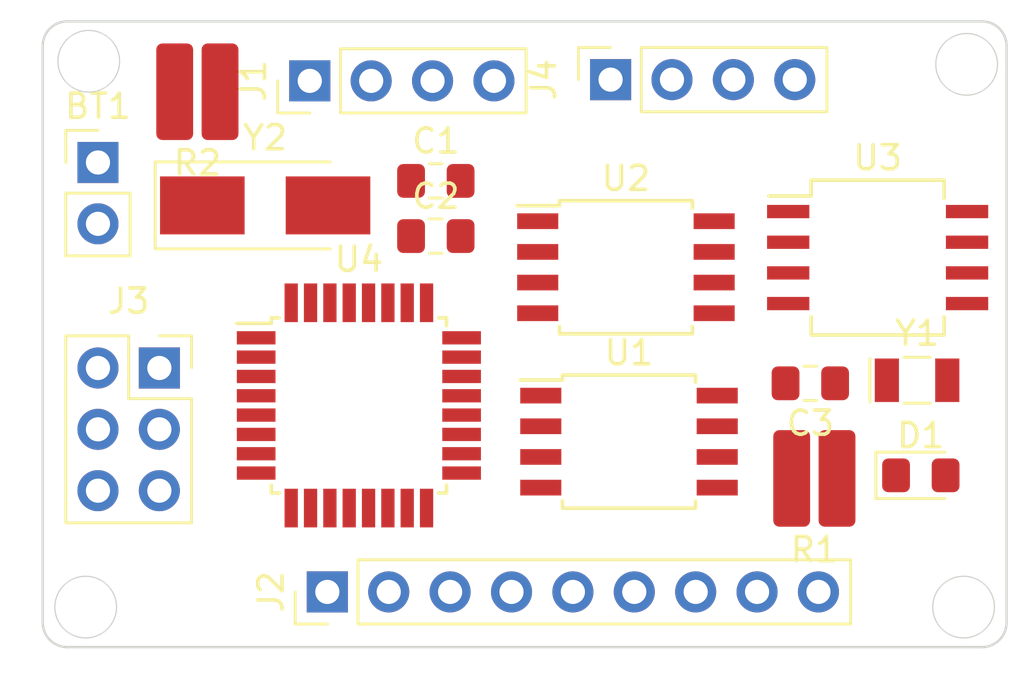
<source format=kicad_pcb>
(kicad_pcb (version 20171130) (host pcbnew 5.1.2-f72e74a~84~ubuntu18.04.1)

  (general
    (thickness 1.6)
    (drawings 12)
    (tracks 0)
    (zones 0)
    (modules 17)
    (nets 32)
  )

  (page A4)
  (title_block
    (title "Arduino Clone w 512K EEPROM & Clock")
    (date 2019-06-06)
    (rev 0.1)
    (company "Bayterek Teknoloji A.Ş.")
    (comment 1 "Designed by Umur Ö. ŞENGÜL")
  )

  (layers
    (0 F.Cu signal)
    (31 B.Cu signal)
    (32 B.Adhes user)
    (33 F.Adhes user)
    (34 B.Paste user)
    (35 F.Paste user)
    (36 B.SilkS user)
    (37 F.SilkS user)
    (38 B.Mask user)
    (39 F.Mask user)
    (40 Dwgs.User user)
    (41 Cmts.User user)
    (42 Eco1.User user)
    (43 Eco2.User user)
    (44 Edge.Cuts user)
    (45 Margin user)
    (46 B.CrtYd user)
    (47 F.CrtYd user)
    (48 B.Fab user)
    (49 F.Fab user)
  )

  (setup
    (last_trace_width 0.25)
    (user_trace_width 0.3)
    (trace_clearance 0.2)
    (zone_clearance 0.508)
    (zone_45_only no)
    (trace_min 0.2)
    (via_size 0.8)
    (via_drill 0.4)
    (via_min_size 0.4)
    (via_min_drill 0.3)
    (user_via 1 0.6)
    (uvia_size 0.3)
    (uvia_drill 0.1)
    (uvias_allowed no)
    (uvia_min_size 0.2)
    (uvia_min_drill 0.1)
    (edge_width 0.05)
    (segment_width 0.2)
    (pcb_text_width 0.3)
    (pcb_text_size 1.5 1.5)
    (mod_edge_width 0.12)
    (mod_text_size 1 1)
    (mod_text_width 0.15)
    (pad_size 1.524 1.524)
    (pad_drill 0.762)
    (pad_to_mask_clearance 0.051)
    (solder_mask_min_width 0.25)
    (aux_axis_origin 0 0)
    (visible_elements FFFFFF7F)
    (pcbplotparams
      (layerselection 0x010fc_ffffffff)
      (usegerberextensions false)
      (usegerberattributes false)
      (usegerberadvancedattributes false)
      (creategerberjobfile false)
      (excludeedgelayer true)
      (linewidth 0.100000)
      (plotframeref false)
      (viasonmask false)
      (mode 1)
      (useauxorigin false)
      (hpglpennumber 1)
      (hpglpenspeed 20)
      (hpglpendiameter 15.000000)
      (psnegative false)
      (psa4output false)
      (plotreference true)
      (plotvalue true)
      (plotinvisibletext false)
      (padsonsilk false)
      (subtractmaskfromsilk false)
      (outputformat 1)
      (mirror false)
      (drillshape 1)
      (scaleselection 1)
      (outputdirectory ""))
  )

  (net 0 "")
  (net 1 /Vcc)
  (net 2 GNDPWR)
  (net 3 "Net-(C1-Pad1)")
  (net 4 "Net-(C2-Pad2)")
  (net 5 "Net-(D1-Pad1)")
  (net 6 /SCK)
  (net 7 /RX)
  (net 8 /TX)
  (net 9 /D2)
  (net 10 /D3)
  (net 11 /D4)
  (net 12 /D5)
  (net 13 /D6)
  (net 14 /D7)
  (net 15 /D8)
  (net 16 /MISO)
  (net 17 /MOSI)
  (net 18 /RESET)
  (net 19 /SDA)
  (net 20 /ADDS1)
  (net 21 /ADDS2)
  (net 22 "Net-(U3-Pad1)")
  (net 23 "Net-(U3-Pad2)")
  (net 24 "Net-(U3-Pad7)")
  (net 25 "Net-(U4-Pad13)")
  (net 26 "Net-(U4-Pad14)")
  (net 27 "Net-(U4-Pad19)")
  (net 28 "Net-(U4-Pad22)")
  (net 29 "Net-(U4-Pad25)")
  (net 30 "Net-(U4-Pad26)")
  (net 31 "Net-(U4-Pad28)")

  (net_class Default "This is the default net class."
    (clearance 0.2)
    (trace_width 0.25)
    (via_dia 0.8)
    (via_drill 0.4)
    (uvia_dia 0.3)
    (uvia_drill 0.1)
    (add_net /ADDS1)
    (add_net /ADDS2)
    (add_net /D2)
    (add_net /D3)
    (add_net /D4)
    (add_net /D5)
    (add_net /D6)
    (add_net /D7)
    (add_net /D8)
    (add_net /MISO)
    (add_net /MOSI)
    (add_net /RESET)
    (add_net /RX)
    (add_net /SCK)
    (add_net /SDA)
    (add_net /TX)
    (add_net "Net-(C1-Pad1)")
    (add_net "Net-(C2-Pad2)")
    (add_net "Net-(D1-Pad1)")
    (add_net "Net-(U3-Pad1)")
    (add_net "Net-(U3-Pad2)")
    (add_net "Net-(U3-Pad7)")
    (add_net "Net-(U4-Pad13)")
    (add_net "Net-(U4-Pad14)")
    (add_net "Net-(U4-Pad19)")
    (add_net "Net-(U4-Pad22)")
    (add_net "Net-(U4-Pad25)")
    (add_net "Net-(U4-Pad26)")
    (add_net "Net-(U4-Pad28)")
  )

  (net_class Power ""
    (clearance 0.2)
    (trace_width 0.3)
    (via_dia 1)
    (via_drill 0.6)
    (uvia_dia 0.3)
    (uvia_drill 0.1)
    (add_net /Vcc)
    (add_net GNDPWR)
  )

  (module Connector_PinHeader_2.54mm:PinHeader_1x02_P2.54mm_Vertical (layer F.Cu) (tedit 59FED5CC) (tstamp 5CF94F83)
    (at 102.87 105.664)
    (descr "Through hole straight pin header, 1x02, 2.54mm pitch, single row")
    (tags "Through hole pin header THT 1x02 2.54mm single row")
    (path /5CF8CC53)
    (fp_text reference BT1 (at 0 -2.33) (layer F.SilkS)
      (effects (font (size 1 1) (thickness 0.15)))
    )
    (fp_text value "Battery 3V" (at 0 4.87) (layer F.Fab)
      (effects (font (size 1 1) (thickness 0.15)))
    )
    (fp_line (start -0.635 -1.27) (end 1.27 -1.27) (layer F.Fab) (width 0.1))
    (fp_line (start 1.27 -1.27) (end 1.27 3.81) (layer F.Fab) (width 0.1))
    (fp_line (start 1.27 3.81) (end -1.27 3.81) (layer F.Fab) (width 0.1))
    (fp_line (start -1.27 3.81) (end -1.27 -0.635) (layer F.Fab) (width 0.1))
    (fp_line (start -1.27 -0.635) (end -0.635 -1.27) (layer F.Fab) (width 0.1))
    (fp_line (start -1.33 3.87) (end 1.33 3.87) (layer F.SilkS) (width 0.12))
    (fp_line (start -1.33 1.27) (end -1.33 3.87) (layer F.SilkS) (width 0.12))
    (fp_line (start 1.33 1.27) (end 1.33 3.87) (layer F.SilkS) (width 0.12))
    (fp_line (start -1.33 1.27) (end 1.33 1.27) (layer F.SilkS) (width 0.12))
    (fp_line (start -1.33 0) (end -1.33 -1.33) (layer F.SilkS) (width 0.12))
    (fp_line (start -1.33 -1.33) (end 0 -1.33) (layer F.SilkS) (width 0.12))
    (fp_line (start -1.8 -1.8) (end -1.8 4.35) (layer F.CrtYd) (width 0.05))
    (fp_line (start -1.8 4.35) (end 1.8 4.35) (layer F.CrtYd) (width 0.05))
    (fp_line (start 1.8 4.35) (end 1.8 -1.8) (layer F.CrtYd) (width 0.05))
    (fp_line (start 1.8 -1.8) (end -1.8 -1.8) (layer F.CrtYd) (width 0.05))
    (fp_text user %R (at 0 1.27 90) (layer F.Fab)
      (effects (font (size 1 1) (thickness 0.15)))
    )
    (pad 1 thru_hole rect (at 0 0) (size 1.7 1.7) (drill 1) (layers *.Cu *.Mask)
      (net 1 /Vcc))
    (pad 2 thru_hole oval (at 0 2.54) (size 1.7 1.7) (drill 1) (layers *.Cu *.Mask)
      (net 2 GNDPWR))
    (model ${KISYS3DMOD}/Connector_PinHeader_2.54mm.3dshapes/PinHeader_1x02_P2.54mm_Vertical.wrl
      (at (xyz 0 0 0))
      (scale (xyz 1 1 1))
      (rotate (xyz 0 0 0))
    )
  )

  (module Capacitor_SMD:C_0805_2012Metric_Pad1.15x1.40mm_HandSolder (layer F.Cu) (tedit 5B36C52B) (tstamp 5CF92FBD)
    (at 116.849 106.426)
    (descr "Capacitor SMD 0805 (2012 Metric), square (rectangular) end terminal, IPC_7351 nominal with elongated pad for handsoldering. (Body size source: https://docs.google.com/spreadsheets/d/1BsfQQcO9C6DZCsRaXUlFlo91Tg2WpOkGARC1WS5S8t0/edit?usp=sharing), generated with kicad-footprint-generator")
    (tags "capacitor handsolder")
    (path /5CF8DA61)
    (attr smd)
    (fp_text reference C1 (at 0 -1.65) (layer F.SilkS)
      (effects (font (size 1 1) (thickness 0.15)))
    )
    (fp_text value 22pF (at 0 1.65) (layer F.Fab)
      (effects (font (size 1 1) (thickness 0.15)))
    )
    (fp_text user %R (at 0 0) (layer F.Fab)
      (effects (font (size 0.5 0.5) (thickness 0.08)))
    )
    (fp_line (start 1.85 0.95) (end -1.85 0.95) (layer F.CrtYd) (width 0.05))
    (fp_line (start 1.85 -0.95) (end 1.85 0.95) (layer F.CrtYd) (width 0.05))
    (fp_line (start -1.85 -0.95) (end 1.85 -0.95) (layer F.CrtYd) (width 0.05))
    (fp_line (start -1.85 0.95) (end -1.85 -0.95) (layer F.CrtYd) (width 0.05))
    (fp_line (start -0.261252 0.71) (end 0.261252 0.71) (layer F.SilkS) (width 0.12))
    (fp_line (start -0.261252 -0.71) (end 0.261252 -0.71) (layer F.SilkS) (width 0.12))
    (fp_line (start 1 0.6) (end -1 0.6) (layer F.Fab) (width 0.1))
    (fp_line (start 1 -0.6) (end 1 0.6) (layer F.Fab) (width 0.1))
    (fp_line (start -1 -0.6) (end 1 -0.6) (layer F.Fab) (width 0.1))
    (fp_line (start -1 0.6) (end -1 -0.6) (layer F.Fab) (width 0.1))
    (pad 2 smd roundrect (at 1.025 0) (size 1.15 1.4) (layers F.Cu F.Paste F.Mask) (roundrect_rratio 0.217391)
      (net 2 GNDPWR))
    (pad 1 smd roundrect (at -1.025 0) (size 1.15 1.4) (layers F.Cu F.Paste F.Mask) (roundrect_rratio 0.217391)
      (net 3 "Net-(C1-Pad1)"))
    (model ${KISYS3DMOD}/Capacitor_SMD.3dshapes/C_0805_2012Metric.wrl
      (at (xyz 0 0 0))
      (scale (xyz 1 1 1))
      (rotate (xyz 0 0 0))
    )
  )

  (module Capacitor_SMD:C_0805_2012Metric_Pad1.15x1.40mm_HandSolder (layer F.Cu) (tedit 5B36C52B) (tstamp 5CF92FCE)
    (at 116.849 108.712)
    (descr "Capacitor SMD 0805 (2012 Metric), square (rectangular) end terminal, IPC_7351 nominal with elongated pad for handsoldering. (Body size source: https://docs.google.com/spreadsheets/d/1BsfQQcO9C6DZCsRaXUlFlo91Tg2WpOkGARC1WS5S8t0/edit?usp=sharing), generated with kicad-footprint-generator")
    (tags "capacitor handsolder")
    (path /5CF8DFBA)
    (attr smd)
    (fp_text reference C2 (at 0 -1.65) (layer F.SilkS)
      (effects (font (size 1 1) (thickness 0.15)))
    )
    (fp_text value 22pF (at 0 1.65) (layer F.Fab)
      (effects (font (size 1 1) (thickness 0.15)))
    )
    (fp_line (start -1 0.6) (end -1 -0.6) (layer F.Fab) (width 0.1))
    (fp_line (start -1 -0.6) (end 1 -0.6) (layer F.Fab) (width 0.1))
    (fp_line (start 1 -0.6) (end 1 0.6) (layer F.Fab) (width 0.1))
    (fp_line (start 1 0.6) (end -1 0.6) (layer F.Fab) (width 0.1))
    (fp_line (start -0.261252 -0.71) (end 0.261252 -0.71) (layer F.SilkS) (width 0.12))
    (fp_line (start -0.261252 0.71) (end 0.261252 0.71) (layer F.SilkS) (width 0.12))
    (fp_line (start -1.85 0.95) (end -1.85 -0.95) (layer F.CrtYd) (width 0.05))
    (fp_line (start -1.85 -0.95) (end 1.85 -0.95) (layer F.CrtYd) (width 0.05))
    (fp_line (start 1.85 -0.95) (end 1.85 0.95) (layer F.CrtYd) (width 0.05))
    (fp_line (start 1.85 0.95) (end -1.85 0.95) (layer F.CrtYd) (width 0.05))
    (fp_text user %R (at 0 0) (layer F.Fab)
      (effects (font (size 0.5 0.5) (thickness 0.08)))
    )
    (pad 1 smd roundrect (at -1.025 0) (size 1.15 1.4) (layers F.Cu F.Paste F.Mask) (roundrect_rratio 0.217391)
      (net 2 GNDPWR))
    (pad 2 smd roundrect (at 1.025 0) (size 1.15 1.4) (layers F.Cu F.Paste F.Mask) (roundrect_rratio 0.217391)
      (net 4 "Net-(C2-Pad2)"))
    (model ${KISYS3DMOD}/Capacitor_SMD.3dshapes/C_0805_2012Metric.wrl
      (at (xyz 0 0 0))
      (scale (xyz 1 1 1))
      (rotate (xyz 0 0 0))
    )
  )

  (module Capacitor_SMD:C_0805_2012Metric_Pad1.15x1.40mm_HandSolder (layer F.Cu) (tedit 5B36C52B) (tstamp 5CF92FDF)
    (at 132.343 114.808 180)
    (descr "Capacitor SMD 0805 (2012 Metric), square (rectangular) end terminal, IPC_7351 nominal with elongated pad for handsoldering. (Body size source: https://docs.google.com/spreadsheets/d/1BsfQQcO9C6DZCsRaXUlFlo91Tg2WpOkGARC1WS5S8t0/edit?usp=sharing), generated with kicad-footprint-generator")
    (tags "capacitor handsolder")
    (path /5CF8E235)
    (attr smd)
    (fp_text reference C3 (at 0 -1.65) (layer F.SilkS)
      (effects (font (size 1 1) (thickness 0.15)))
    )
    (fp_text value 10uF (at 0 1.65) (layer F.Fab)
      (effects (font (size 1 1) (thickness 0.15)))
    )
    (fp_line (start -1 0.6) (end -1 -0.6) (layer F.Fab) (width 0.1))
    (fp_line (start -1 -0.6) (end 1 -0.6) (layer F.Fab) (width 0.1))
    (fp_line (start 1 -0.6) (end 1 0.6) (layer F.Fab) (width 0.1))
    (fp_line (start 1 0.6) (end -1 0.6) (layer F.Fab) (width 0.1))
    (fp_line (start -0.261252 -0.71) (end 0.261252 -0.71) (layer F.SilkS) (width 0.12))
    (fp_line (start -0.261252 0.71) (end 0.261252 0.71) (layer F.SilkS) (width 0.12))
    (fp_line (start -1.85 0.95) (end -1.85 -0.95) (layer F.CrtYd) (width 0.05))
    (fp_line (start -1.85 -0.95) (end 1.85 -0.95) (layer F.CrtYd) (width 0.05))
    (fp_line (start 1.85 -0.95) (end 1.85 0.95) (layer F.CrtYd) (width 0.05))
    (fp_line (start 1.85 0.95) (end -1.85 0.95) (layer F.CrtYd) (width 0.05))
    (fp_text user %R (at 0 0) (layer F.Fab)
      (effects (font (size 0.5 0.5) (thickness 0.08)))
    )
    (pad 1 smd roundrect (at -1.025 0 180) (size 1.15 1.4) (layers F.Cu F.Paste F.Mask) (roundrect_rratio 0.217391)
      (net 1 /Vcc))
    (pad 2 smd roundrect (at 1.025 0 180) (size 1.15 1.4) (layers F.Cu F.Paste F.Mask) (roundrect_rratio 0.217391)
      (net 2 GNDPWR))
    (model ${KISYS3DMOD}/Capacitor_SMD.3dshapes/C_0805_2012Metric.wrl
      (at (xyz 0 0 0))
      (scale (xyz 1 1 1))
      (rotate (xyz 0 0 0))
    )
  )

  (module LED_SMD:LED_0805_2012Metric_Pad1.15x1.40mm_HandSolder (layer F.Cu) (tedit 5B4B45C9) (tstamp 5CF92FF2)
    (at 136.915 118.618)
    (descr "LED SMD 0805 (2012 Metric), square (rectangular) end terminal, IPC_7351 nominal, (Body size source: https://docs.google.com/spreadsheets/d/1BsfQQcO9C6DZCsRaXUlFlo91Tg2WpOkGARC1WS5S8t0/edit?usp=sharing), generated with kicad-footprint-generator")
    (tags "LED handsolder")
    (path /5CF8E8D6)
    (attr smd)
    (fp_text reference D1 (at 0 -1.65) (layer F.SilkS)
      (effects (font (size 1 1) (thickness 0.15)))
    )
    (fp_text value LED (at 0 1.65) (layer F.Fab)
      (effects (font (size 1 1) (thickness 0.15)))
    )
    (fp_line (start 1 -0.6) (end -0.7 -0.6) (layer F.Fab) (width 0.1))
    (fp_line (start -0.7 -0.6) (end -1 -0.3) (layer F.Fab) (width 0.1))
    (fp_line (start -1 -0.3) (end -1 0.6) (layer F.Fab) (width 0.1))
    (fp_line (start -1 0.6) (end 1 0.6) (layer F.Fab) (width 0.1))
    (fp_line (start 1 0.6) (end 1 -0.6) (layer F.Fab) (width 0.1))
    (fp_line (start 1 -0.96) (end -1.86 -0.96) (layer F.SilkS) (width 0.12))
    (fp_line (start -1.86 -0.96) (end -1.86 0.96) (layer F.SilkS) (width 0.12))
    (fp_line (start -1.86 0.96) (end 1 0.96) (layer F.SilkS) (width 0.12))
    (fp_line (start -1.85 0.95) (end -1.85 -0.95) (layer F.CrtYd) (width 0.05))
    (fp_line (start -1.85 -0.95) (end 1.85 -0.95) (layer F.CrtYd) (width 0.05))
    (fp_line (start 1.85 -0.95) (end 1.85 0.95) (layer F.CrtYd) (width 0.05))
    (fp_line (start 1.85 0.95) (end -1.85 0.95) (layer F.CrtYd) (width 0.05))
    (fp_text user %R (at 0 0) (layer F.Fab)
      (effects (font (size 0.5 0.5) (thickness 0.08)))
    )
    (pad 1 smd roundrect (at -1.025 0) (size 1.15 1.4) (layers F.Cu F.Paste F.Mask) (roundrect_rratio 0.217391)
      (net 5 "Net-(D1-Pad1)"))
    (pad 2 smd roundrect (at 1.025 0) (size 1.15 1.4) (layers F.Cu F.Paste F.Mask) (roundrect_rratio 0.217391)
      (net 6 /SCK))
    (model ${KISYS3DMOD}/LED_SMD.3dshapes/LED_0805_2012Metric.wrl
      (at (xyz 0 0 0))
      (scale (xyz 1 1 1))
      (rotate (xyz 0 0 0))
    )
  )

  (module Connector_PinHeader_2.54mm:PinHeader_1x04_P2.54mm_Vertical (layer F.Cu) (tedit 59FED5CC) (tstamp 5CF934B3)
    (at 111.633 102.285 90)
    (descr "Through hole straight pin header, 1x04, 2.54mm pitch, single row")
    (tags "Through hole pin header THT 1x04 2.54mm single row")
    (path /5CF95995/5CF96B03)
    (fp_text reference J1 (at 0 -2.33 90) (layer F.SilkS)
      (effects (font (size 1 1) (thickness 0.15)))
    )
    (fp_text value Serial (at 0 9.95 90) (layer F.Fab)
      (effects (font (size 1 1) (thickness 0.15)))
    )
    (fp_line (start -0.635 -1.27) (end 1.27 -1.27) (layer F.Fab) (width 0.1))
    (fp_line (start 1.27 -1.27) (end 1.27 8.89) (layer F.Fab) (width 0.1))
    (fp_line (start 1.27 8.89) (end -1.27 8.89) (layer F.Fab) (width 0.1))
    (fp_line (start -1.27 8.89) (end -1.27 -0.635) (layer F.Fab) (width 0.1))
    (fp_line (start -1.27 -0.635) (end -0.635 -1.27) (layer F.Fab) (width 0.1))
    (fp_line (start -1.33 8.95) (end 1.33 8.95) (layer F.SilkS) (width 0.12))
    (fp_line (start -1.33 1.27) (end -1.33 8.95) (layer F.SilkS) (width 0.12))
    (fp_line (start 1.33 1.27) (end 1.33 8.95) (layer F.SilkS) (width 0.12))
    (fp_line (start -1.33 1.27) (end 1.33 1.27) (layer F.SilkS) (width 0.12))
    (fp_line (start -1.33 0) (end -1.33 -1.33) (layer F.SilkS) (width 0.12))
    (fp_line (start -1.33 -1.33) (end 0 -1.33) (layer F.SilkS) (width 0.12))
    (fp_line (start -1.8 -1.8) (end -1.8 9.4) (layer F.CrtYd) (width 0.05))
    (fp_line (start -1.8 9.4) (end 1.8 9.4) (layer F.CrtYd) (width 0.05))
    (fp_line (start 1.8 9.4) (end 1.8 -1.8) (layer F.CrtYd) (width 0.05))
    (fp_line (start 1.8 -1.8) (end -1.8 -1.8) (layer F.CrtYd) (width 0.05))
    (fp_text user %R (at 0 3.81) (layer F.Fab)
      (effects (font (size 1 1) (thickness 0.15)))
    )
    (pad 1 thru_hole rect (at 0 0 90) (size 1.7 1.7) (drill 1) (layers *.Cu *.Mask)
      (net 2 GNDPWR))
    (pad 2 thru_hole oval (at 0 2.54 90) (size 1.7 1.7) (drill 1) (layers *.Cu *.Mask)
      (net 1 /Vcc))
    (pad 3 thru_hole oval (at 0 5.08 90) (size 1.7 1.7) (drill 1) (layers *.Cu *.Mask)
      (net 7 /RX))
    (pad 4 thru_hole oval (at 0 7.62 90) (size 1.7 1.7) (drill 1) (layers *.Cu *.Mask)
      (net 8 /TX))
    (model ${KISYS3DMOD}/Connector_PinHeader_2.54mm.3dshapes/PinHeader_1x04_P2.54mm_Vertical.wrl
      (at (xyz 0 0 0))
      (scale (xyz 1 1 1))
      (rotate (xyz 0 0 0))
    )
  )

  (module Connector_PinHeader_2.54mm:PinHeader_1x09_P2.54mm_Vertical (layer F.Cu) (tedit 59FED5CC) (tstamp 5CF93027)
    (at 112.3595 123.444 90)
    (descr "Through hole straight pin header, 1x09, 2.54mm pitch, single row")
    (tags "Through hole pin header THT 1x09 2.54mm single row")
    (path /5CF95995/5CF96448)
    (fp_text reference J2 (at 0 -2.33 90) (layer F.SilkS)
      (effects (font (size 1 1) (thickness 0.15)))
    )
    (fp_text value "Digital pins" (at 0 22.65 90) (layer F.Fab)
      (effects (font (size 1 1) (thickness 0.15)))
    )
    (fp_line (start -0.635 -1.27) (end 1.27 -1.27) (layer F.Fab) (width 0.1))
    (fp_line (start 1.27 -1.27) (end 1.27 21.59) (layer F.Fab) (width 0.1))
    (fp_line (start 1.27 21.59) (end -1.27 21.59) (layer F.Fab) (width 0.1))
    (fp_line (start -1.27 21.59) (end -1.27 -0.635) (layer F.Fab) (width 0.1))
    (fp_line (start -1.27 -0.635) (end -0.635 -1.27) (layer F.Fab) (width 0.1))
    (fp_line (start -1.33 21.65) (end 1.33 21.65) (layer F.SilkS) (width 0.12))
    (fp_line (start -1.33 1.27) (end -1.33 21.65) (layer F.SilkS) (width 0.12))
    (fp_line (start 1.33 1.27) (end 1.33 21.65) (layer F.SilkS) (width 0.12))
    (fp_line (start -1.33 1.27) (end 1.33 1.27) (layer F.SilkS) (width 0.12))
    (fp_line (start -1.33 0) (end -1.33 -1.33) (layer F.SilkS) (width 0.12))
    (fp_line (start -1.33 -1.33) (end 0 -1.33) (layer F.SilkS) (width 0.12))
    (fp_line (start -1.8 -1.8) (end -1.8 22.1) (layer F.CrtYd) (width 0.05))
    (fp_line (start -1.8 22.1) (end 1.8 22.1) (layer F.CrtYd) (width 0.05))
    (fp_line (start 1.8 22.1) (end 1.8 -1.8) (layer F.CrtYd) (width 0.05))
    (fp_line (start 1.8 -1.8) (end -1.8 -1.8) (layer F.CrtYd) (width 0.05))
    (fp_text user %R (at 0 10.16) (layer F.Fab)
      (effects (font (size 1 1) (thickness 0.15)))
    )
    (pad 1 thru_hole rect (at 0 0 90) (size 1.7 1.7) (drill 1) (layers *.Cu *.Mask)
      (net 9 /D2))
    (pad 2 thru_hole oval (at 0 2.54 90) (size 1.7 1.7) (drill 1) (layers *.Cu *.Mask)
      (net 10 /D3))
    (pad 3 thru_hole oval (at 0 5.08 90) (size 1.7 1.7) (drill 1) (layers *.Cu *.Mask)
      (net 11 /D4))
    (pad 4 thru_hole oval (at 0 7.62 90) (size 1.7 1.7) (drill 1) (layers *.Cu *.Mask)
      (net 12 /D5))
    (pad 5 thru_hole oval (at 0 10.16 90) (size 1.7 1.7) (drill 1) (layers *.Cu *.Mask)
      (net 13 /D6))
    (pad 6 thru_hole oval (at 0 12.7 90) (size 1.7 1.7) (drill 1) (layers *.Cu *.Mask)
      (net 14 /D7))
    (pad 7 thru_hole oval (at 0 15.24 90) (size 1.7 1.7) (drill 1) (layers *.Cu *.Mask)
      (net 15 /D8))
    (pad 8 thru_hole oval (at 0 17.78 90) (size 1.7 1.7) (drill 1) (layers *.Cu *.Mask)
      (net 2 GNDPWR))
    (pad 9 thru_hole oval (at 0 20.32 90) (size 1.7 1.7) (drill 1) (layers *.Cu *.Mask)
      (net 1 /Vcc))
    (model ${KISYS3DMOD}/Connector_PinHeader_2.54mm.3dshapes/PinHeader_1x09_P2.54mm_Vertical.wrl
      (at (xyz 0 0 0))
      (scale (xyz 1 1 1))
      (rotate (xyz 0 0 0))
    )
  )

  (module Connector_PinSocket_2.54mm:PinSocket_2x03_P2.54mm_Vertical (layer F.Cu) (tedit 5A19A425) (tstamp 5CF94F38)
    (at 105.41 114.173)
    (descr "Through hole straight socket strip, 2x03, 2.54mm pitch, double cols (from Kicad 4.0.7), script generated")
    (tags "Through hole socket strip THT 2x03 2.54mm double row")
    (path /5CF95995/5CF9727B)
    (fp_text reference J3 (at -1.27 -2.77) (layer F.SilkS)
      (effects (font (size 1 1) (thickness 0.15)))
    )
    (fp_text value ICSP (at -1.27 7.85) (layer F.Fab)
      (effects (font (size 1 1) (thickness 0.15)))
    )
    (fp_line (start -3.81 -1.27) (end 0.27 -1.27) (layer F.Fab) (width 0.1))
    (fp_line (start 0.27 -1.27) (end 1.27 -0.27) (layer F.Fab) (width 0.1))
    (fp_line (start 1.27 -0.27) (end 1.27 6.35) (layer F.Fab) (width 0.1))
    (fp_line (start 1.27 6.35) (end -3.81 6.35) (layer F.Fab) (width 0.1))
    (fp_line (start -3.81 6.35) (end -3.81 -1.27) (layer F.Fab) (width 0.1))
    (fp_line (start -3.87 -1.33) (end -1.27 -1.33) (layer F.SilkS) (width 0.12))
    (fp_line (start -3.87 -1.33) (end -3.87 6.41) (layer F.SilkS) (width 0.12))
    (fp_line (start -3.87 6.41) (end 1.33 6.41) (layer F.SilkS) (width 0.12))
    (fp_line (start 1.33 1.27) (end 1.33 6.41) (layer F.SilkS) (width 0.12))
    (fp_line (start -1.27 1.27) (end 1.33 1.27) (layer F.SilkS) (width 0.12))
    (fp_line (start -1.27 -1.33) (end -1.27 1.27) (layer F.SilkS) (width 0.12))
    (fp_line (start 1.33 -1.33) (end 1.33 0) (layer F.SilkS) (width 0.12))
    (fp_line (start 0 -1.33) (end 1.33 -1.33) (layer F.SilkS) (width 0.12))
    (fp_line (start -4.34 -1.8) (end 1.76 -1.8) (layer F.CrtYd) (width 0.05))
    (fp_line (start 1.76 -1.8) (end 1.76 6.85) (layer F.CrtYd) (width 0.05))
    (fp_line (start 1.76 6.85) (end -4.34 6.85) (layer F.CrtYd) (width 0.05))
    (fp_line (start -4.34 6.85) (end -4.34 -1.8) (layer F.CrtYd) (width 0.05))
    (fp_text user %R (at -1.27 2.54 90) (layer F.Fab)
      (effects (font (size 1 1) (thickness 0.15)))
    )
    (pad 1 thru_hole rect (at 0 0) (size 1.7 1.7) (drill 1) (layers *.Cu *.Mask)
      (net 16 /MISO))
    (pad 2 thru_hole oval (at -2.54 0) (size 1.7 1.7) (drill 1) (layers *.Cu *.Mask)
      (net 1 /Vcc))
    (pad 3 thru_hole oval (at 0 2.54) (size 1.7 1.7) (drill 1) (layers *.Cu *.Mask)
      (net 6 /SCK))
    (pad 4 thru_hole oval (at -2.54 2.54) (size 1.7 1.7) (drill 1) (layers *.Cu *.Mask)
      (net 17 /MOSI))
    (pad 5 thru_hole oval (at 0 5.08) (size 1.7 1.7) (drill 1) (layers *.Cu *.Mask)
      (net 18 /RESET))
    (pad 6 thru_hole oval (at -2.54 5.08) (size 1.7 1.7) (drill 1) (layers *.Cu *.Mask)
      (net 2 GNDPWR))
    (model ${KISYS3DMOD}/Connector_PinSocket_2.54mm.3dshapes/PinSocket_2x03_P2.54mm_Vertical.wrl
      (at (xyz 0 0 0))
      (scale (xyz 1 1 1))
      (rotate (xyz 0 0 0))
    )
  )

  (module Connector_PinSocket_2.54mm:PinSocket_1x04_P2.54mm_Vertical (layer F.Cu) (tedit 5A19A429) (tstamp 5CF934F8)
    (at 124.079 102.235 90)
    (descr "Through hole straight socket strip, 1x04, 2.54mm pitch, single row (from Kicad 4.0.7), script generated")
    (tags "Through hole socket strip THT 1x04 2.54mm single row")
    (path /5CF95995/5CF97B22)
    (fp_text reference J4 (at 0 -2.77 90) (layer F.SilkS)
      (effects (font (size 1 1) (thickness 0.15)))
    )
    (fp_text value I2C (at 0 10.39 90) (layer F.Fab)
      (effects (font (size 1 1) (thickness 0.15)))
    )
    (fp_line (start -1.27 -1.27) (end 0.635 -1.27) (layer F.Fab) (width 0.1))
    (fp_line (start 0.635 -1.27) (end 1.27 -0.635) (layer F.Fab) (width 0.1))
    (fp_line (start 1.27 -0.635) (end 1.27 8.89) (layer F.Fab) (width 0.1))
    (fp_line (start 1.27 8.89) (end -1.27 8.89) (layer F.Fab) (width 0.1))
    (fp_line (start -1.27 8.89) (end -1.27 -1.27) (layer F.Fab) (width 0.1))
    (fp_line (start -1.33 1.27) (end 1.33 1.27) (layer F.SilkS) (width 0.12))
    (fp_line (start -1.33 1.27) (end -1.33 8.95) (layer F.SilkS) (width 0.12))
    (fp_line (start -1.33 8.95) (end 1.33 8.95) (layer F.SilkS) (width 0.12))
    (fp_line (start 1.33 1.27) (end 1.33 8.95) (layer F.SilkS) (width 0.12))
    (fp_line (start 1.33 -1.33) (end 1.33 0) (layer F.SilkS) (width 0.12))
    (fp_line (start 0 -1.33) (end 1.33 -1.33) (layer F.SilkS) (width 0.12))
    (fp_line (start -1.8 -1.8) (end 1.75 -1.8) (layer F.CrtYd) (width 0.05))
    (fp_line (start 1.75 -1.8) (end 1.75 9.4) (layer F.CrtYd) (width 0.05))
    (fp_line (start 1.75 9.4) (end -1.8 9.4) (layer F.CrtYd) (width 0.05))
    (fp_line (start -1.8 9.4) (end -1.8 -1.8) (layer F.CrtYd) (width 0.05))
    (fp_text user %R (at 0 3.81) (layer F.Fab)
      (effects (font (size 1 1) (thickness 0.15)))
    )
    (pad 1 thru_hole rect (at 0 0 90) (size 1.7 1.7) (drill 1) (layers *.Cu *.Mask)
      (net 2 GNDPWR))
    (pad 2 thru_hole oval (at 0 2.54 90) (size 1.7 1.7) (drill 1) (layers *.Cu *.Mask)
      (net 1 /Vcc))
    (pad 3 thru_hole oval (at 0 5.08 90) (size 1.7 1.7) (drill 1) (layers *.Cu *.Mask)
      (net 19 /SDA))
    (pad 4 thru_hole oval (at 0 7.62 90) (size 1.7 1.7) (drill 1) (layers *.Cu *.Mask)
      (net 6 /SCK))
    (model ${KISYS3DMOD}/Connector_PinSocket_2.54mm.3dshapes/PinSocket_1x04_P2.54mm_Vertical.wrl
      (at (xyz 0 0 0))
      (scale (xyz 1 1 1))
      (rotate (xyz 0 0 0))
    )
  )

  (module Resistor_SMD:R_0815_2038Metric_Pad1.53x4.00mm_HandSolder (layer F.Cu) (tedit 5B301BBD) (tstamp 5CF9306A)
    (at 132.5095 118.745 180)
    (descr "Resistor SMD 0815 (2038 Metric), square (rectangular) end terminal, IPC_7351 nominal with elongated pad for handsoldering. (Body size source: http://www.yageo.com/documents/recent/PYu-PRPFPH_521_RoHS_L_0.pdf), generated with kicad-footprint-generator")
    (tags "resistor handsolder")
    (path /5CF8EF8E)
    (attr smd)
    (fp_text reference R1 (at 0 -2.95) (layer F.SilkS)
      (effects (font (size 1 1) (thickness 0.15)))
    )
    (fp_text value 330 (at 0 2.95) (layer F.Fab)
      (effects (font (size 1 1) (thickness 0.15)))
    )
    (fp_line (start -1.075 1.875) (end -1.075 -1.875) (layer F.Fab) (width 0.1))
    (fp_line (start -1.075 -1.875) (end 1.075 -1.875) (layer F.Fab) (width 0.1))
    (fp_line (start 1.075 -1.875) (end 1.075 1.875) (layer F.Fab) (width 0.1))
    (fp_line (start 1.075 1.875) (end -1.075 1.875) (layer F.Fab) (width 0.1))
    (fp_line (start -1.95 2.25) (end -1.95 -2.25) (layer F.CrtYd) (width 0.05))
    (fp_line (start -1.95 -2.25) (end 1.95 -2.25) (layer F.CrtYd) (width 0.05))
    (fp_line (start 1.95 -2.25) (end 1.95 2.25) (layer F.CrtYd) (width 0.05))
    (fp_line (start 1.95 2.25) (end -1.95 2.25) (layer F.CrtYd) (width 0.05))
    (fp_text user %R (at 0 0) (layer F.Fab)
      (effects (font (size 0.54 0.54) (thickness 0.08)))
    )
    (pad 1 smd roundrect (at -0.9375 0 180) (size 1.525 4) (layers F.Cu F.Paste F.Mask) (roundrect_rratio 0.163934)
      (net 5 "Net-(D1-Pad1)"))
    (pad 2 smd roundrect (at 0.9375 0 180) (size 1.525 4) (layers F.Cu F.Paste F.Mask) (roundrect_rratio 0.163934)
      (net 2 GNDPWR))
    (model ${KISYS3DMOD}/Resistor_SMD.3dshapes/R_0815_2038Metric.wrl
      (at (xyz 0 0 0))
      (scale (xyz 1 1 1))
      (rotate (xyz 0 0 0))
    )
  )

  (module Resistor_SMD:R_0815_2038Metric_Pad1.53x4.00mm_HandSolder (layer F.Cu) (tedit 5B301BBD) (tstamp 5CF93079)
    (at 106.9825 102.735 180)
    (descr "Resistor SMD 0815 (2038 Metric), square (rectangular) end terminal, IPC_7351 nominal with elongated pad for handsoldering. (Body size source: http://www.yageo.com/documents/recent/PYu-PRPFPH_521_RoHS_L_0.pdf), generated with kicad-footprint-generator")
    (tags "resistor handsolder")
    (path /5CF8F355)
    (attr smd)
    (fp_text reference R2 (at 0 -2.95) (layer F.SilkS)
      (effects (font (size 1 1) (thickness 0.15)))
    )
    (fp_text value 10K (at 0 2.95) (layer F.Fab)
      (effects (font (size 1 1) (thickness 0.15)))
    )
    (fp_text user %R (at 0 0) (layer F.Fab)
      (effects (font (size 0.54 0.54) (thickness 0.08)))
    )
    (fp_line (start 1.95 2.25) (end -1.95 2.25) (layer F.CrtYd) (width 0.05))
    (fp_line (start 1.95 -2.25) (end 1.95 2.25) (layer F.CrtYd) (width 0.05))
    (fp_line (start -1.95 -2.25) (end 1.95 -2.25) (layer F.CrtYd) (width 0.05))
    (fp_line (start -1.95 2.25) (end -1.95 -2.25) (layer F.CrtYd) (width 0.05))
    (fp_line (start 1.075 1.875) (end -1.075 1.875) (layer F.Fab) (width 0.1))
    (fp_line (start 1.075 -1.875) (end 1.075 1.875) (layer F.Fab) (width 0.1))
    (fp_line (start -1.075 -1.875) (end 1.075 -1.875) (layer F.Fab) (width 0.1))
    (fp_line (start -1.075 1.875) (end -1.075 -1.875) (layer F.Fab) (width 0.1))
    (pad 2 smd roundrect (at 0.9375 0 180) (size 1.525 4) (layers F.Cu F.Paste F.Mask) (roundrect_rratio 0.163934)
      (net 1 /Vcc))
    (pad 1 smd roundrect (at -0.9375 0 180) (size 1.525 4) (layers F.Cu F.Paste F.Mask) (roundrect_rratio 0.163934)
      (net 18 /RESET))
    (model ${KISYS3DMOD}/Resistor_SMD.3dshapes/R_0815_2038Metric.wrl
      (at (xyz 0 0 0))
      (scale (xyz 1 1 1))
      (rotate (xyz 0 0 0))
    )
  )

  (module Package_SO:SOIJ-8_5.3x5.3mm_P1.27mm (layer F.Cu) (tedit 5A02F2D3) (tstamp 5CF93CA4)
    (at 124.841 117.221)
    (descr "8-Lead Plastic Small Outline (SM) - Medium, 5.28 mm Body [SOIC] (see Microchip Packaging Specification 00000049BS.pdf)")
    (tags "SOIC 1.27")
    (path /5CF8F7DF)
    (attr smd)
    (fp_text reference U1 (at 0 -3.68) (layer F.SilkS)
      (effects (font (size 1 1) (thickness 0.15)))
    )
    (fp_text value 24LC1025 (at 0 3.68) (layer F.Fab)
      (effects (font (size 1 1) (thickness 0.15)))
    )
    (fp_text user %R (at 0 0) (layer F.Fab)
      (effects (font (size 1 1) (thickness 0.15)))
    )
    (fp_line (start -1.65 -2.65) (end 2.65 -2.65) (layer F.Fab) (width 0.15))
    (fp_line (start 2.65 -2.65) (end 2.65 2.65) (layer F.Fab) (width 0.15))
    (fp_line (start 2.65 2.65) (end -2.65 2.65) (layer F.Fab) (width 0.15))
    (fp_line (start -2.65 2.65) (end -2.65 -1.65) (layer F.Fab) (width 0.15))
    (fp_line (start -2.65 -1.65) (end -1.65 -2.65) (layer F.Fab) (width 0.15))
    (fp_line (start -4.75 -2.95) (end -4.75 2.95) (layer F.CrtYd) (width 0.05))
    (fp_line (start 4.75 -2.95) (end 4.75 2.95) (layer F.CrtYd) (width 0.05))
    (fp_line (start -4.75 -2.95) (end 4.75 -2.95) (layer F.CrtYd) (width 0.05))
    (fp_line (start -4.75 2.95) (end 4.75 2.95) (layer F.CrtYd) (width 0.05))
    (fp_line (start -2.75 -2.755) (end -2.75 -2.55) (layer F.SilkS) (width 0.15))
    (fp_line (start 2.75 -2.755) (end 2.75 -2.455) (layer F.SilkS) (width 0.15))
    (fp_line (start 2.75 2.755) (end 2.75 2.455) (layer F.SilkS) (width 0.15))
    (fp_line (start -2.75 2.755) (end -2.75 2.455) (layer F.SilkS) (width 0.15))
    (fp_line (start -2.75 -2.755) (end 2.75 -2.755) (layer F.SilkS) (width 0.15))
    (fp_line (start -2.75 2.755) (end 2.75 2.755) (layer F.SilkS) (width 0.15))
    (fp_line (start -2.75 -2.55) (end -4.5 -2.55) (layer F.SilkS) (width 0.15))
    (pad 1 smd rect (at -3.65 -1.905) (size 1.7 0.65) (layers F.Cu F.Paste F.Mask)
      (net 20 /ADDS1))
    (pad 2 smd rect (at -3.65 -0.635) (size 1.7 0.65) (layers F.Cu F.Paste F.Mask)
      (net 21 /ADDS2))
    (pad 3 smd rect (at -3.65 0.635) (size 1.7 0.65) (layers F.Cu F.Paste F.Mask)
      (net 1 /Vcc))
    (pad 4 smd rect (at -3.65 1.905) (size 1.7 0.65) (layers F.Cu F.Paste F.Mask)
      (net 2 GNDPWR))
    (pad 5 smd rect (at 3.65 1.905) (size 1.7 0.65) (layers F.Cu F.Paste F.Mask)
      (net 19 /SDA))
    (pad 6 smd rect (at 3.65 0.635) (size 1.7 0.65) (layers F.Cu F.Paste F.Mask)
      (net 6 /SCK))
    (pad 7 smd rect (at 3.65 -0.635) (size 1.7 0.65) (layers F.Cu F.Paste F.Mask)
      (net 2 GNDPWR))
    (pad 8 smd rect (at 3.65 -1.905) (size 1.7 0.65) (layers F.Cu F.Paste F.Mask)
      (net 1 /Vcc))
    (model ${KISYS3DMOD}/Package_SO.3dshapes/SOIJ-8_5.3x5.3mm_P1.27mm.wrl
      (at (xyz 0 0 0))
      (scale (xyz 1 1 1))
      (rotate (xyz 0 0 0))
    )
  )

  (module Package_SO:SOIJ-8_5.3x5.3mm_P1.27mm (layer F.Cu) (tedit 5A02F2D3) (tstamp 5CF930B3)
    (at 124.714 110.001)
    (descr "8-Lead Plastic Small Outline (SM) - Medium, 5.28 mm Body [SOIC] (see Microchip Packaging Specification 00000049BS.pdf)")
    (tags "SOIC 1.27")
    (path /5CFA87FE)
    (attr smd)
    (fp_text reference U2 (at 0 -3.68) (layer F.SilkS)
      (effects (font (size 1 1) (thickness 0.15)))
    )
    (fp_text value 24LC1025 (at 0 3.68) (layer F.Fab)
      (effects (font (size 1 1) (thickness 0.15)))
    )
    (fp_line (start -2.75 -2.55) (end -4.5 -2.55) (layer F.SilkS) (width 0.15))
    (fp_line (start -2.75 2.755) (end 2.75 2.755) (layer F.SilkS) (width 0.15))
    (fp_line (start -2.75 -2.755) (end 2.75 -2.755) (layer F.SilkS) (width 0.15))
    (fp_line (start -2.75 2.755) (end -2.75 2.455) (layer F.SilkS) (width 0.15))
    (fp_line (start 2.75 2.755) (end 2.75 2.455) (layer F.SilkS) (width 0.15))
    (fp_line (start 2.75 -2.755) (end 2.75 -2.455) (layer F.SilkS) (width 0.15))
    (fp_line (start -2.75 -2.755) (end -2.75 -2.55) (layer F.SilkS) (width 0.15))
    (fp_line (start -4.75 2.95) (end 4.75 2.95) (layer F.CrtYd) (width 0.05))
    (fp_line (start -4.75 -2.95) (end 4.75 -2.95) (layer F.CrtYd) (width 0.05))
    (fp_line (start 4.75 -2.95) (end 4.75 2.95) (layer F.CrtYd) (width 0.05))
    (fp_line (start -4.75 -2.95) (end -4.75 2.95) (layer F.CrtYd) (width 0.05))
    (fp_line (start -2.65 -1.65) (end -1.65 -2.65) (layer F.Fab) (width 0.15))
    (fp_line (start -2.65 2.65) (end -2.65 -1.65) (layer F.Fab) (width 0.15))
    (fp_line (start 2.65 2.65) (end -2.65 2.65) (layer F.Fab) (width 0.15))
    (fp_line (start 2.65 -2.65) (end 2.65 2.65) (layer F.Fab) (width 0.15))
    (fp_line (start -1.65 -2.65) (end 2.65 -2.65) (layer F.Fab) (width 0.15))
    (fp_text user %R (at 0 0) (layer F.Fab)
      (effects (font (size 1 1) (thickness 0.15)))
    )
    (pad 8 smd rect (at 3.65 -1.905) (size 1.7 0.65) (layers F.Cu F.Paste F.Mask)
      (net 1 /Vcc))
    (pad 7 smd rect (at 3.65 -0.635) (size 1.7 0.65) (layers F.Cu F.Paste F.Mask)
      (net 2 GNDPWR))
    (pad 6 smd rect (at 3.65 0.635) (size 1.7 0.65) (layers F.Cu F.Paste F.Mask)
      (net 6 /SCK))
    (pad 5 smd rect (at 3.65 1.905) (size 1.7 0.65) (layers F.Cu F.Paste F.Mask)
      (net 19 /SDA))
    (pad 4 smd rect (at -3.65 1.905) (size 1.7 0.65) (layers F.Cu F.Paste F.Mask)
      (net 2 GNDPWR))
    (pad 3 smd rect (at -3.65 0.635) (size 1.7 0.65) (layers F.Cu F.Paste F.Mask)
      (net 1 /Vcc))
    (pad 2 smd rect (at -3.65 -0.635) (size 1.7 0.65) (layers F.Cu F.Paste F.Mask)
      (net 21 /ADDS2))
    (pad 1 smd rect (at -3.65 -1.905) (size 1.7 0.65) (layers F.Cu F.Paste F.Mask)
      (net 20 /ADDS1))
    (model ${KISYS3DMOD}/Package_SO.3dshapes/SOIJ-8_5.3x5.3mm_P1.27mm.wrl
      (at (xyz 0 0 0))
      (scale (xyz 1 1 1))
      (rotate (xyz 0 0 0))
    )
  )

  (module Package_SO:SO-8_5.3x6.2mm_P1.27mm (layer F.Cu) (tedit 5A02F2D3) (tstamp 5CF930D0)
    (at 135.128 109.601)
    (descr "8-Lead Plastic Small Outline, 5.3x6.2mm Body (http://www.ti.com.cn/cn/lit/ds/symlink/tl7705a.pdf)")
    (tags "SOIC 1.27")
    (path /5CFA1F88)
    (attr smd)
    (fp_text reference U3 (at 0 -4.13) (layer F.SilkS)
      (effects (font (size 1 1) (thickness 0.15)))
    )
    (fp_text value DS1337S+ (at 0 4.13) (layer F.Fab)
      (effects (font (size 1 1) (thickness 0.15)))
    )
    (fp_text user %R (at 0 0) (layer F.Fab)
      (effects (font (size 1 1) (thickness 0.15)))
    )
    (fp_line (start -1.65 -3.1) (end 2.65 -3.1) (layer F.Fab) (width 0.15))
    (fp_line (start 2.65 -3.1) (end 2.65 3.1) (layer F.Fab) (width 0.15))
    (fp_line (start 2.65 3.1) (end -2.65 3.1) (layer F.Fab) (width 0.15))
    (fp_line (start -2.65 3.1) (end -2.65 -2.1) (layer F.Fab) (width 0.15))
    (fp_line (start -2.65 -2.1) (end -1.65 -3.1) (layer F.Fab) (width 0.15))
    (fp_line (start -4.83 -3.35) (end -4.83 3.35) (layer F.CrtYd) (width 0.05))
    (fp_line (start 4.83 -3.35) (end 4.83 3.35) (layer F.CrtYd) (width 0.05))
    (fp_line (start -4.83 -3.35) (end 4.83 -3.35) (layer F.CrtYd) (width 0.05))
    (fp_line (start -4.83 3.35) (end 4.83 3.35) (layer F.CrtYd) (width 0.05))
    (fp_line (start -2.75 -3.205) (end -2.75 -2.55) (layer F.SilkS) (width 0.15))
    (fp_line (start 2.75 -3.205) (end 2.75 -2.455) (layer F.SilkS) (width 0.15))
    (fp_line (start 2.75 3.205) (end 2.75 2.455) (layer F.SilkS) (width 0.15))
    (fp_line (start -2.75 3.205) (end -2.75 2.455) (layer F.SilkS) (width 0.15))
    (fp_line (start -2.75 -3.205) (end 2.75 -3.205) (layer F.SilkS) (width 0.15))
    (fp_line (start -2.75 3.205) (end 2.75 3.205) (layer F.SilkS) (width 0.15))
    (fp_line (start -2.75 -2.55) (end -4.5 -2.55) (layer F.SilkS) (width 0.15))
    (pad 1 smd rect (at -3.7 -1.905) (size 1.75 0.55) (layers F.Cu F.Paste F.Mask)
      (net 22 "Net-(U3-Pad1)"))
    (pad 2 smd rect (at -3.7 -0.635) (size 1.75 0.55) (layers F.Cu F.Paste F.Mask)
      (net 23 "Net-(U3-Pad2)"))
    (pad 3 smd rect (at -3.7 0.635) (size 1.75 0.55) (layers F.Cu F.Paste F.Mask)
      (net 1 /Vcc))
    (pad 4 smd rect (at -3.7 1.905) (size 1.75 0.55) (layers F.Cu F.Paste F.Mask)
      (net 2 GNDPWR))
    (pad 5 smd rect (at 3.7 1.905) (size 1.75 0.55) (layers F.Cu F.Paste F.Mask)
      (net 19 /SDA))
    (pad 6 smd rect (at 3.7 0.635) (size 1.75 0.55) (layers F.Cu F.Paste F.Mask)
      (net 6 /SCK))
    (pad 7 smd rect (at 3.7 -0.635) (size 1.75 0.55) (layers F.Cu F.Paste F.Mask)
      (net 24 "Net-(U3-Pad7)"))
    (pad 8 smd rect (at 3.7 -1.905) (size 1.75 0.55) (layers F.Cu F.Paste F.Mask)
      (net 1 /Vcc))
    (model ${KISYS3DMOD}/Package_SO.3dshapes/SO-8_5.3x6.2mm_P1.27mm.wrl
      (at (xyz 0 0 0))
      (scale (xyz 1 1 1))
      (rotate (xyz 0 0 0))
    )
  )

  (module Package_QFP:TQFP-32_7x7mm_P0.8mm (layer F.Cu) (tedit 5A02F146) (tstamp 5CF9373D)
    (at 113.665 115.723)
    (descr "32-Lead Plastic Thin Quad Flatpack (PT) - 7x7x1.0 mm Body, 2.00 mm [TQFP] (see Microchip Packaging Specification 00000049BS.pdf)")
    (tags "QFP 0.8")
    (path /5CF90E0E)
    (attr smd)
    (fp_text reference U4 (at 0 -6.05) (layer F.SilkS)
      (effects (font (size 1 1) (thickness 0.15)))
    )
    (fp_text value ATmega328P-AU (at 0 6.05) (layer F.Fab)
      (effects (font (size 1 1) (thickness 0.15)))
    )
    (fp_text user %R (at 0 0) (layer F.Fab)
      (effects (font (size 1 1) (thickness 0.15)))
    )
    (fp_line (start -2.5 -3.5) (end 3.5 -3.5) (layer F.Fab) (width 0.15))
    (fp_line (start 3.5 -3.5) (end 3.5 3.5) (layer F.Fab) (width 0.15))
    (fp_line (start 3.5 3.5) (end -3.5 3.5) (layer F.Fab) (width 0.15))
    (fp_line (start -3.5 3.5) (end -3.5 -2.5) (layer F.Fab) (width 0.15))
    (fp_line (start -3.5 -2.5) (end -2.5 -3.5) (layer F.Fab) (width 0.15))
    (fp_line (start -5.3 -5.3) (end -5.3 5.3) (layer F.CrtYd) (width 0.05))
    (fp_line (start 5.3 -5.3) (end 5.3 5.3) (layer F.CrtYd) (width 0.05))
    (fp_line (start -5.3 -5.3) (end 5.3 -5.3) (layer F.CrtYd) (width 0.05))
    (fp_line (start -5.3 5.3) (end 5.3 5.3) (layer F.CrtYd) (width 0.05))
    (fp_line (start -3.625 -3.625) (end -3.625 -3.4) (layer F.SilkS) (width 0.15))
    (fp_line (start 3.625 -3.625) (end 3.625 -3.3) (layer F.SilkS) (width 0.15))
    (fp_line (start 3.625 3.625) (end 3.625 3.3) (layer F.SilkS) (width 0.15))
    (fp_line (start -3.625 3.625) (end -3.625 3.3) (layer F.SilkS) (width 0.15))
    (fp_line (start -3.625 -3.625) (end -3.3 -3.625) (layer F.SilkS) (width 0.15))
    (fp_line (start -3.625 3.625) (end -3.3 3.625) (layer F.SilkS) (width 0.15))
    (fp_line (start 3.625 3.625) (end 3.3 3.625) (layer F.SilkS) (width 0.15))
    (fp_line (start 3.625 -3.625) (end 3.3 -3.625) (layer F.SilkS) (width 0.15))
    (fp_line (start -3.625 -3.4) (end -5.05 -3.4) (layer F.SilkS) (width 0.15))
    (pad 1 smd rect (at -4.25 -2.8) (size 1.6 0.55) (layers F.Cu F.Paste F.Mask)
      (net 10 /D3))
    (pad 2 smd rect (at -4.25 -2) (size 1.6 0.55) (layers F.Cu F.Paste F.Mask)
      (net 11 /D4))
    (pad 3 smd rect (at -4.25 -1.2) (size 1.6 0.55) (layers F.Cu F.Paste F.Mask)
      (net 2 GNDPWR))
    (pad 4 smd rect (at -4.25 -0.4) (size 1.6 0.55) (layers F.Cu F.Paste F.Mask)
      (net 1 /Vcc))
    (pad 5 smd rect (at -4.25 0.4) (size 1.6 0.55) (layers F.Cu F.Paste F.Mask)
      (net 2 GNDPWR))
    (pad 6 smd rect (at -4.25 1.2) (size 1.6 0.55) (layers F.Cu F.Paste F.Mask)
      (net 1 /Vcc))
    (pad 7 smd rect (at -4.25 2) (size 1.6 0.55) (layers F.Cu F.Paste F.Mask)
      (net 3 "Net-(C1-Pad1)"))
    (pad 8 smd rect (at -4.25 2.8) (size 1.6 0.55) (layers F.Cu F.Paste F.Mask)
      (net 4 "Net-(C2-Pad2)"))
    (pad 9 smd rect (at -2.8 4.25 90) (size 1.6 0.55) (layers F.Cu F.Paste F.Mask)
      (net 12 /D5))
    (pad 10 smd rect (at -2 4.25 90) (size 1.6 0.55) (layers F.Cu F.Paste F.Mask)
      (net 13 /D6))
    (pad 11 smd rect (at -1.2 4.25 90) (size 1.6 0.55) (layers F.Cu F.Paste F.Mask)
      (net 14 /D7))
    (pad 12 smd rect (at -0.4 4.25 90) (size 1.6 0.55) (layers F.Cu F.Paste F.Mask)
      (net 15 /D8))
    (pad 13 smd rect (at 0.4 4.25 90) (size 1.6 0.55) (layers F.Cu F.Paste F.Mask)
      (net 25 "Net-(U4-Pad13)"))
    (pad 14 smd rect (at 1.2 4.25 90) (size 1.6 0.55) (layers F.Cu F.Paste F.Mask)
      (net 26 "Net-(U4-Pad14)"))
    (pad 15 smd rect (at 2 4.25 90) (size 1.6 0.55) (layers F.Cu F.Paste F.Mask)
      (net 17 /MOSI))
    (pad 16 smd rect (at 2.8 4.25 90) (size 1.6 0.55) (layers F.Cu F.Paste F.Mask)
      (net 16 /MISO))
    (pad 17 smd rect (at 4.25 2.8) (size 1.6 0.55) (layers F.Cu F.Paste F.Mask)
      (net 6 /SCK))
    (pad 18 smd rect (at 4.25 2) (size 1.6 0.55) (layers F.Cu F.Paste F.Mask)
      (net 1 /Vcc))
    (pad 19 smd rect (at 4.25 1.2) (size 1.6 0.55) (layers F.Cu F.Paste F.Mask)
      (net 27 "Net-(U4-Pad19)"))
    (pad 20 smd rect (at 4.25 0.4) (size 1.6 0.55) (layers F.Cu F.Paste F.Mask)
      (net 1 /Vcc))
    (pad 21 smd rect (at 4.25 -0.4) (size 1.6 0.55) (layers F.Cu F.Paste F.Mask)
      (net 2 GNDPWR))
    (pad 22 smd rect (at 4.25 -1.2) (size 1.6 0.55) (layers F.Cu F.Paste F.Mask)
      (net 28 "Net-(U4-Pad22)"))
    (pad 23 smd rect (at 4.25 -2) (size 1.6 0.55) (layers F.Cu F.Paste F.Mask)
      (net 20 /ADDS1))
    (pad 24 smd rect (at 4.25 -2.8) (size 1.6 0.55) (layers F.Cu F.Paste F.Mask)
      (net 21 /ADDS2))
    (pad 25 smd rect (at 2.8 -4.25 90) (size 1.6 0.55) (layers F.Cu F.Paste F.Mask)
      (net 29 "Net-(U4-Pad25)"))
    (pad 26 smd rect (at 2 -4.25 90) (size 1.6 0.55) (layers F.Cu F.Paste F.Mask)
      (net 30 "Net-(U4-Pad26)"))
    (pad 27 smd rect (at 1.2 -4.25 90) (size 1.6 0.55) (layers F.Cu F.Paste F.Mask)
      (net 19 /SDA))
    (pad 28 smd rect (at 0.4 -4.25 90) (size 1.6 0.55) (layers F.Cu F.Paste F.Mask)
      (net 31 "Net-(U4-Pad28)"))
    (pad 29 smd rect (at -0.4 -4.25 90) (size 1.6 0.55) (layers F.Cu F.Paste F.Mask)
      (net 18 /RESET))
    (pad 30 smd rect (at -1.2 -4.25 90) (size 1.6 0.55) (layers F.Cu F.Paste F.Mask)
      (net 7 /RX))
    (pad 31 smd rect (at -2 -4.25 90) (size 1.6 0.55) (layers F.Cu F.Paste F.Mask)
      (net 8 /TX))
    (pad 32 smd rect (at -2.8 -4.25 90) (size 1.6 0.55) (layers F.Cu F.Paste F.Mask)
      (net 9 /D2))
    (model ${KISYS3DMOD}/Package_QFP.3dshapes/TQFP-32_7x7mm_P0.8mm.wrl
      (at (xyz 0 0 0))
      (scale (xyz 1 1 1))
      (rotate (xyz 0 0 0))
    )
  )

  (module Crystal:Crystal_SMD_MicroCrystal_CC7V-T1A-2Pin_3.2x1.5mm (layer F.Cu) (tedit 5A0FD1B2) (tstamp 5CF9311A)
    (at 136.759 114.681)
    (descr "SMD Crystal MicroCrystal CC7V-T1A/CM7V-T1A series http://www.microcrystal.com/images/_Product-Documentation/01_TF_ceramic_Packages/01_Datasheet/CC1V-T1A.pdf, 3.2x1.5mm^2 package")
    (tags "SMD SMT crystal")
    (path /5CFA2EB9)
    (attr smd)
    (fp_text reference Y1 (at 0 -1.95) (layer F.SilkS)
      (effects (font (size 1 1) (thickness 0.15)))
    )
    (fp_text value "Xtal 32MHz" (at 0 1.95) (layer F.Fab)
      (effects (font (size 1 1) (thickness 0.15)))
    )
    (fp_text user %R (at 0 0) (layer F.Fab)
      (effects (font (size 0.7 0.7) (thickness 0.105)))
    )
    (fp_line (start -1.6 -0.75) (end -1.6 0.75) (layer F.Fab) (width 0.1))
    (fp_line (start -1.6 0.75) (end 1.6 0.75) (layer F.Fab) (width 0.1))
    (fp_line (start 1.6 0.75) (end 1.6 -0.75) (layer F.Fab) (width 0.1))
    (fp_line (start 1.6 -0.75) (end -1.6 -0.75) (layer F.Fab) (width 0.1))
    (fp_line (start -1.6 0.25) (end -1.1 0.75) (layer F.Fab) (width 0.1))
    (fp_line (start -0.55 -0.95) (end 0.55 -0.95) (layer F.SilkS) (width 0.12))
    (fp_line (start -0.55 0.95) (end 0.55 0.95) (layer F.SilkS) (width 0.12))
    (fp_line (start -1.95 -0.9) (end -1.95 0.9) (layer F.SilkS) (width 0.12))
    (fp_line (start -2 -1.2) (end -2 1.2) (layer F.CrtYd) (width 0.05))
    (fp_line (start -2 1.2) (end 2 1.2) (layer F.CrtYd) (width 0.05))
    (fp_line (start 2 1.2) (end 2 -1.2) (layer F.CrtYd) (width 0.05))
    (fp_line (start 2 -1.2) (end -2 -1.2) (layer F.CrtYd) (width 0.05))
    (pad 1 smd rect (at -1.25 0) (size 1 1.8) (layers F.Cu F.Paste F.Mask)
      (net 22 "Net-(U3-Pad1)"))
    (pad 2 smd rect (at 1.25 0) (size 1 1.8) (layers F.Cu F.Paste F.Mask)
      (net 23 "Net-(U3-Pad2)"))
    (model ${KISYS3DMOD}/Crystal.3dshapes/Crystal_SMD_MicroCrystal_CC7V-T1A-2Pin_3.2x1.5mm.wrl
      (at (xyz 0 0 0))
      (scale (xyz 1 1 1))
      (rotate (xyz 0 0 0))
    )
  )

  (module Crystal:Crystal_SMD_5032-2Pin_5.0x3.2mm_HandSoldering (layer F.Cu) (tedit 5A0FD1B2) (tstamp 5CF93E3E)
    (at 109.788 107.442)
    (descr "SMD Crystal SERIES SMD2520/2 http://www.icbase.com/File/PDF/HKC/HKC00061008.pdf, hand-soldering, 5.0x3.2mm^2 package")
    (tags "SMD SMT crystal hand-soldering")
    (path /5CFA2A28)
    (attr smd)
    (fp_text reference Y2 (at 0 -2.8) (layer F.SilkS)
      (effects (font (size 1 1) (thickness 0.15)))
    )
    (fp_text value "Xtal 16MHz" (at 0 2.8) (layer F.Fab)
      (effects (font (size 1 1) (thickness 0.15)))
    )
    (fp_text user %R (at 0 0) (layer F.Fab)
      (effects (font (size 1 1) (thickness 0.15)))
    )
    (fp_line (start -2.3 -1.6) (end 2.3 -1.6) (layer F.Fab) (width 0.1))
    (fp_line (start 2.3 -1.6) (end 2.5 -1.4) (layer F.Fab) (width 0.1))
    (fp_line (start 2.5 -1.4) (end 2.5 1.4) (layer F.Fab) (width 0.1))
    (fp_line (start 2.5 1.4) (end 2.3 1.6) (layer F.Fab) (width 0.1))
    (fp_line (start 2.3 1.6) (end -2.3 1.6) (layer F.Fab) (width 0.1))
    (fp_line (start -2.3 1.6) (end -2.5 1.4) (layer F.Fab) (width 0.1))
    (fp_line (start -2.5 1.4) (end -2.5 -1.4) (layer F.Fab) (width 0.1))
    (fp_line (start -2.5 -1.4) (end -2.3 -1.6) (layer F.Fab) (width 0.1))
    (fp_line (start -2.5 0.6) (end -1.5 1.6) (layer F.Fab) (width 0.1))
    (fp_line (start 2.7 -1.8) (end -4.55 -1.8) (layer F.SilkS) (width 0.12))
    (fp_line (start -4.55 -1.8) (end -4.55 1.8) (layer F.SilkS) (width 0.12))
    (fp_line (start -4.55 1.8) (end 2.7 1.8) (layer F.SilkS) (width 0.12))
    (fp_line (start -4.6 -1.9) (end -4.6 1.9) (layer F.CrtYd) (width 0.05))
    (fp_line (start -4.6 1.9) (end 4.6 1.9) (layer F.CrtYd) (width 0.05))
    (fp_line (start 4.6 1.9) (end 4.6 -1.9) (layer F.CrtYd) (width 0.05))
    (fp_line (start 4.6 -1.9) (end -4.6 -1.9) (layer F.CrtYd) (width 0.05))
    (fp_circle (center 0 0) (end 0.4 0) (layer F.Adhes) (width 0.1))
    (fp_circle (center 0 0) (end 0.333333 0) (layer F.Adhes) (width 0.133333))
    (fp_circle (center 0 0) (end 0.213333 0) (layer F.Adhes) (width 0.133333))
    (fp_circle (center 0 0) (end 0.093333 0) (layer F.Adhes) (width 0.186667))
    (pad 1 smd rect (at -2.6 0) (size 3.5 2.4) (layers F.Cu F.Paste F.Mask)
      (net 3 "Net-(C1-Pad1)"))
    (pad 2 smd rect (at 2.6 0) (size 3.5 2.4) (layers F.Cu F.Paste F.Mask)
      (net 4 "Net-(C2-Pad2)"))
    (model ${KISYS3DMOD}/Crystal.3dshapes/Crystal_SMD_5032-2Pin_5.0x3.2mm_HandSoldering.wrl
      (at (xyz 0 0 0))
      (scale (xyz 1 1 1))
      (rotate (xyz 0 0 0))
    )
  )

  (gr_circle (center 138.811 101.6) (end 138.684 100.33) (layer Edge.Cuts) (width 0.05) (tstamp 5CF951B8))
  (gr_circle (center 138.684 124.072666) (end 138.557 122.802666) (layer Edge.Cuts) (width 0.05) (tstamp 5CF951B6))
  (gr_circle (center 102.362 124.072666) (end 102.235 122.802666) (layer Edge.Cuts) (width 0.05) (tstamp 5CF951B4))
  (gr_circle (center 102.489 101.473) (end 102.362 100.203) (layer Edge.Cuts) (width 0.05))
  (gr_line (start 100.584 124.714) (end 100.584 100.838) (layer Edge.Cuts) (width 0.1) (tstamp 5CF95139))
  (gr_line (start 139.446 125.73) (end 101.6 125.73) (layer Edge.Cuts) (width 0.1) (tstamp 5CF95138))
  (gr_line (start 140.462 100.838) (end 140.462 124.714) (layer Edge.Cuts) (width 0.1) (tstamp 5CF95134))
  (gr_line (start 101.6 99.822) (end 139.446 99.822) (layer Edge.Cuts) (width 0.1) (tstamp 5CF95131))
  (gr_arc (start 139.446 100.838) (end 140.462 100.838) (angle -90) (layer Edge.Cuts) (width 0.1))
  (gr_arc (start 139.446 124.714) (end 139.446 125.73) (angle -90) (layer Edge.Cuts) (width 0.1))
  (gr_arc (start 101.6 124.714) (end 100.584 124.714) (angle -90) (layer Edge.Cuts) (width 0.1))
  (gr_arc (start 101.6 100.838) (end 101.6 99.822) (angle -90) (layer Edge.Cuts) (width 0.1))

)

</source>
